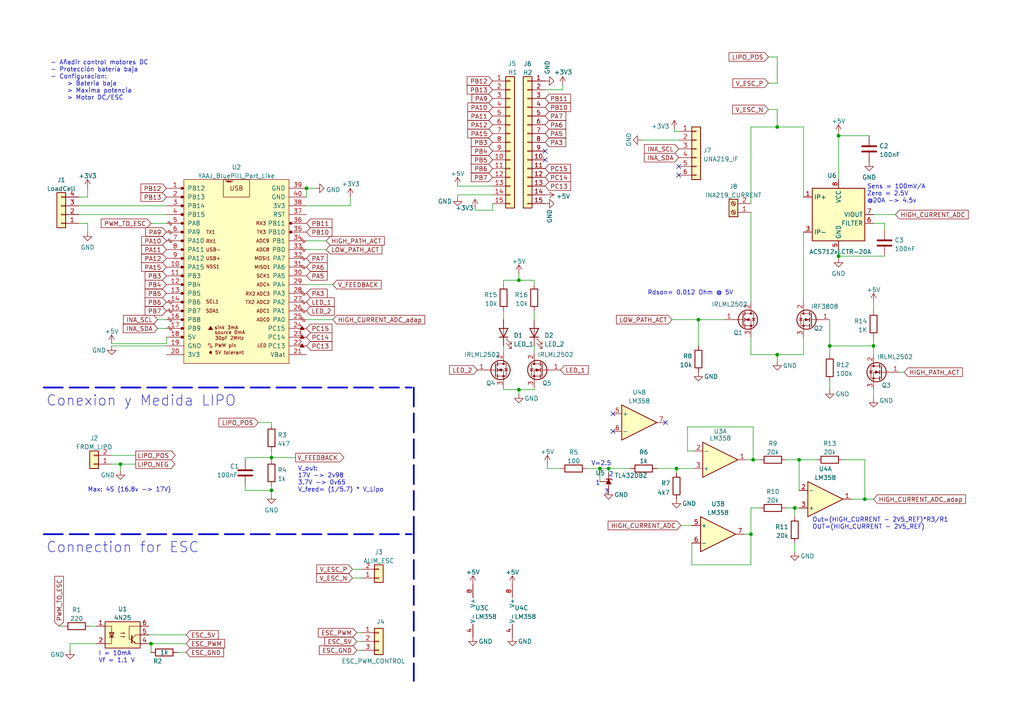
<source format=kicad_sch>
(kicad_sch (version 20211123) (generator eeschema)
  (paper "A4")
  (title_block (title "Banco de Pruebas") (date "2022-11-13") (company "LaboratorioGluon"))
  (lib_symbols
    (symbol "Amplifier_Operational:LM358" (pin_names (offset 0.127))
      (property "Reference" "U" (at 0 5.08 0))
      (property "Value" "LM358" (at 0 -5.08 0))
      (symbol "LM358_1_1"
        (pin output line (at 7.62 0 180) (length 2.54) (name "~") (number "1"))
        (pin input line (at -7.62 -2.54 0) (length 2.54) (name "-") (number "2"))
        (pin input line (at -7.62 2.54 0) (length 2.54) (name "+") (number "3"))
      )
      (symbol "LM358_2_1"
        (pin input line (at -7.62 2.54 0) (length 2.54) (name "+") (number "5"))
        (pin input line (at -7.62 -2.54 0) (length 2.54) (name "-") (number "6"))
        (pin output line (at 7.62 0 180) (length 2.54) (name "~") (number "7"))
      )
      (symbol "LM358_3_1"
        (pin power_in line (at -2.54 -7.62 90) (length 3.81) (name "V-") (number "4"))
        (pin power_in line (at -2.54 7.62 270) (length 3.81) (name "V+") (number "8"))
      )
    )
    (symbol "Connector:Screw_Terminal_01x02" (pin_names (offset 1.016) hide)
      (property "Reference" "J" (at 0 2.54 0))
      (property "Value" "Screw_Terminal_01x02" (at 0 -5.08 0))
      (symbol "Screw_Terminal_01x02_1_1"
        (pin passive line (at -5.08 0 0) (length 3.81) (name "Pin_1") (number "1"))
        (pin passive line (at -5.08 -2.54 0) (length 3.81) (name "Pin_2") (number "2"))
      )
    )
    (symbol "Connector_Generic:Conn_01x02" (pin_names (offset 1.016) hide)
      (property "Reference" "J" (at 0 2.54 0))
      (property "Value" "Conn_01x02" (at 0 -5.08 0))
      (symbol "Conn_01x02_1_1"
        (pin passive line (at -5.08 0 0) (length 3.81) (name "Pin_1") (number "1"))
        (pin passive line (at -5.08 -2.54 0) (length 3.81) (name "Pin_2") (number "2"))
      )
    )
    (symbol "Connector_Generic:Conn_01x03" (pin_names (offset 1.016) hide)
      (property "Reference" "J" (at 0 5.08 0))
      (property "Value" "Conn_01x03" (at 0 -5.08 0))
      (symbol "Conn_01x03_1_1"
        (pin passive line (at -5.08 2.54 0) (length 3.81) (name "Pin_1") (number "1"))
        (pin passive line (at -5.08 0 0) (length 3.81) (name "Pin_2") (number "2"))
        (pin passive line (at -5.08 -2.54 0) (length 3.81) (name "Pin_3") (number "3"))
      )
    )
    (symbol "Connector_Generic:Conn_01x04" (pin_names (offset 1.016) hide)
      (property "Reference" "J" (at 0 5.08 0))
      (property "Value" "Conn_01x04" (at 0 -7.62 0))
      (symbol "Conn_01x04_1_1"
        (pin passive line (at -5.08 2.54 0) (length 3.81) (name "Pin_1") (number "1"))
        (pin passive line (at -5.08 0 0) (length 3.81) (name "Pin_2") (number "2"))
        (pin passive line (at -5.08 -2.54 0) (length 3.81) (name "Pin_3") (number "3"))
        (pin passive line (at -5.08 -5.08 0) (length 3.81) (name "Pin_4") (number "4"))
      )
    )
    (symbol "Connector_Generic:Conn_01x06" (pin_names (offset 1.016) hide)
      (property "Reference" "J" (at 0 7.62 0))
      (property "Value" "Conn_01x06" (at 0 -10.16 0))
      (symbol "Conn_01x06_1_1"
        (pin passive line (at -5.08 5.08 0) (length 3.81) (name "Pin_1") (number "1"))
        (pin passive line (at -5.08 2.54 0) (length 3.81) (name "Pin_2") (number "2"))
        (pin passive line (at -5.08 0 0) (length 3.81) (name "Pin_3") (number "3"))
        (pin passive line (at -5.08 -2.54 0) (length 3.81) (name "Pin_4") (number "4"))
        (pin passive line (at -5.08 -5.08 0) (length 3.81) (name "Pin_5") (number "5"))
        (pin passive line (at -5.08 -7.62 0) (length 3.81) (name "Pin_6") (number "6"))
      )
    )
    (symbol "Connector_Generic:Conn_01x15" (pin_names (offset 1.016) hide)
      (property "Reference" "J" (at 0 20.32 0))
      (property "Value" "Conn_01x15" (at 0 -20.32 0))
      (symbol "Conn_01x15_1_1"
        (pin passive line (at -5.08 17.78 0) (length 3.81) (name "Pin_1") (number "1"))
        (pin passive line (at -5.08 -5.08 0) (length 3.81) (name "Pin_10") (number "10"))
        (pin passive line (at -5.08 -7.62 0) (length 3.81) (name "Pin_11") (number "11"))
        (pin passive line (at -5.08 -10.16 0) (length 3.81) (name "Pin_12") (number "12"))
        (pin passive line (at -5.08 -12.7 0) (length 3.81) (name "Pin_13") (number "13"))
        (pin passive line (at -5.08 -15.24 0) (length 3.81) (name "Pin_14") (number "14"))
        (pin passive line (at -5.08 -17.78 0) (length 3.81) (name "Pin_15") (number "15"))
        (pin passive line (at -5.08 15.24 0) (length 3.81) (name "Pin_2") (number "2"))
        (pin passive line (at -5.08 12.7 0) (length 3.81) (name "Pin_3") (number "3"))
        (pin passive line (at -5.08 10.16 0) (length 3.81) (name "Pin_4") (number "4"))
        (pin passive line (at -5.08 7.62 0) (length 3.81) (name "Pin_5") (number "5"))
        (pin passive line (at -5.08 5.08 0) (length 3.81) (name "Pin_6") (number "6"))
        (pin passive line (at -5.08 2.54 0) (length 3.81) (name "Pin_7") (number "7"))
        (pin passive line (at -5.08 0 0) (length 3.81) (name "Pin_8") (number "8"))
        (pin passive line (at -5.08 -2.54 0) (length 3.81) (name "Pin_9") (number "9"))
      )
    )
    (symbol "Device:C" (pin_numbers hide) (pin_names (offset 0.254))
      (property "Reference" "C" (at 0.635 2.54 0))
      (property "Value" "C" (at 0.635 -2.54 0))
      (symbol "C_1_1"
        (pin passive line (at 0 3.81 270) (length 2.794) (name "~") (number "1"))
        (pin passive line (at 0 -3.81 90) (length 2.794) (name "~") (number "2"))
      )
    )
    (symbol "Device:LED" (pin_numbers hide) (pin_names (offset 1.016) hide)
      (property "Reference" "D" (at 0 2.54 0))
      (property "Value" "LED" (at 0 -2.54 0))
      (symbol "LED_1_1"
        (pin passive line (at -3.81 0 0) (length 2.54) (name "K") (number "1"))
        (pin passive line (at 3.81 0 180) (length 2.54) (name "A") (number "2"))
      )
    )
    (symbol "Device:Q_NMOS_GDS" (pin_names (offset 0) hide)
      (property "Reference" "Q" (at 5.08 1.27 0))
      (property "Value" "Q_NMOS_GDS" (at 5.08 -1.27 0))
      (symbol "Q_NMOS_GDS_1_1"
        (pin input line (at -5.08 0 0) (length 2.54) (name "G") (number "1"))
        (pin passive line (at 2.54 5.08 270) (length 2.54) (name "D") (number "2"))
        (pin passive line (at 2.54 -5.08 90) (length 2.54) (name "S") (number "3"))
      )
    )
    (symbol "Device:R" (pin_numbers hide) (pin_names (offset 0))
      (property "Reference" "R" (at 2.032 0 90))
      (property "Value" "R" (at 0 0 90))
      (symbol "R_1_1"
        (pin passive line (at 0 3.81 270) (length 1.27) (name "~") (number "1"))
        (pin passive line (at 0 -3.81 90) (length 1.27) (name "~") (number "2"))
      )
    )
    (symbol "Isolator:4N25" (pin_names (offset 1.016))
      (property "Reference" "U" (at -5.08 5.08 0))
      (property "Value" "4N25" (at 0 5.08 0))
      (symbol "4N25_1_1"
        (pin passive line (at -7.62 2.54 0) (length 2.54) (name "~") (number "1"))
        (pin passive line (at -7.62 -2.54 0) (length 2.54) (name "~") (number "2"))
        (pin no_connect line (at -5.08 0 0) (length 2.54) hide (name "NC") (number "3"))
        (pin passive line (at 7.62 -2.54 180) (length 2.54) (name "~") (number "4"))
        (pin passive line (at 7.62 0 180) (length 2.54) (name "~") (number "5"))
        (pin passive line (at 7.62 2.54 180) (length 2.54) (name "~") (number "6"))
      )
    )
    (symbol "Reference_Voltage:TL432DBZ" (pin_numbers hide) (pin_names hide)
      (property "Reference" "U5" (at 2.54 3.81 90))
      (property "Value" "TL432DBZ" (at 1.778 -1.7022 90))
      (symbol "TL432DBZ_1_1"
        (pin passive line (at 0 2.54 270) (length 2.54) (name "REF") (number "1"))
        (pin passive line (at 2.54 0 180) (length 1.27) (name "K") (number "2"))
        (pin passive line (at -2.54 0 0) (length 1.27) (name "A") (number "3"))
      )
    )
    (symbol "Sensor_Current:ACS712xLCTR-20A"
      (property "Reference" "U" (at 2.54 11.43 0))
      (property "Value" "ACS712xLCTR-20A" (at 2.54 8.89 0))
      (symbol "ACS712xLCTR-20A_1_1"
        (pin passive line (at -10.16 5.08 0) (length 2.54) (name "IP+") (number "1"))
        (pin passive line (at -10.16 5.08 0) (length 2.54) hide (name "IP+") (number "2"))
        (pin passive line (at -10.16 -5.08 0) (length 2.54) (name "IP-") (number "3"))
        (pin passive line (at -10.16 -5.08 0) (length 2.54) hide (name "IP-") (number "4"))
        (pin power_in line (at 0 -10.16 90) (length 2.54) (name "GND") (number "5"))
        (pin passive line (at 10.16 -2.54 180) (length 2.54) (name "FILTER") (number "6"))
        (pin output line (at 10.16 0 180) (length 2.54) (name "VIOUT") (number "7"))
        (pin power_in line (at 0 10.16 270) (length 2.54) (name "VCC") (number "8"))
      )
    )
    (symbol "Transistor_FET:IRLZ44N" (pin_names hide)
      (property "Reference" "Q" (at 6.35 1.905 0))
      (property "Value" "IRLZ44N" (at 6.35 0 0))
      (symbol "IRLZ44N_1_1"
        (pin input line (at -5.08 0 0) (length 2.54) (name "G") (number "1"))
        (pin passive line (at 2.54 5.08 270) (length 2.54) (name "D") (number "2"))
        (pin passive line (at 2.54 -5.08 90) (length 2.54) (name "S") (number "3"))
      )
    )
    (symbol "YAAJ_BluePill_Part_Like:YAAJ_BluePill_Part_Like" (pin_names (offset 1.016))
      (property "Reference" "U" (at -12.7 25.4 0))
      (property "Value" "YAAJ_BluePill_Part_Like" (at 0 2.54 90))
      (symbol "YAAJ_BluePill_Part_Like_0_0"
        (text "30pF 2MHz" (at -2.032 -20.574 0) (effects (font (size 0.9906 0.9906))))
        (text "5V tolerant" (at -2.032 -24.765 0) (effects (font (size 0.9906 0.9906))))
        (text "ADC0" (at 7.747 -15.24 0) (effects (font (size 0.9906 0.9906))))
        (text "ADC1" (at 7.747 -12.7 0) (effects (font (size 0.9906 0.9906))))
        (text "ADC2" (at 7.747 -10.16 0) (effects (font (size 0.9906 0.9906))))
        (text "ADC3" (at 7.747 -7.747 0) (effects (font (size 0.9906 0.9906))))
        (text "ADC4" (at 7.747 -5.08 0) (effects (font (size 0.9906 0.9906))))
        (text "ADC8" (at 7.62 5.08 0) (effects (font (size 0.9906 0.9906))))
        (text "ADC9" (at 7.62 7.62 0) (effects (font (size 0.9906 0.9906))))
        (text "LED" (at 7.366 -22.733 0) (effects (font (size 0.9906 0.9906))))
        (text "MISO1" (at 7.493 0 0) (effects (font (size 0.9906 0.9906))))
        (text "MOSI1" (at 7.493 2.54 0) (effects (font (size 0.9906 0.9906))))
        (text "NSS1" (at -6.858 0.127 0) (effects (font (size 0.9906 0.9906))))
        (text "PWM pin" (at -3.175 -22.733 0) (effects (font (size 0.9906 0.9906))))
        (text "RX1" (at -7.366 7.493 0) (effects (font (size 0.9906 0.9906))))
        (text "RX2" (at 4.064 -7.747 0) (effects (font (size 0.9906 0.9906))))
        (text "RX3" (at 7.112 12.7 0) (effects (font (size 0.9906 0.9906))))
        (text "SCK1" (at 7.747 -2.54 0) (effects (font (size 0.9906 0.9906))))
        (text "SCL1" (at -6.985 -10.033 0) (effects (font (size 0.9906 0.9906))))
        (text "SDA1" (at -6.985 -12.7 0) (effects (font (size 0.9906 0.9906))))
        (text "sink 3mA" (at -2.921 -17.526 0) (effects (font (size 0.9906 0.9906))))
        (text "source 0mA" (at -1.905 -18.923 0) (effects (font (size 0.9906 0.9906))))
        (text "TX1" (at -7.493 10.16 0) (effects (font (size 0.9906 0.9906))))
        (text "TX2" (at 3.937 -10.16 0) (effects (font (size 0.9906 0.9906))))
        (text "TX3" (at 7.239 10.16 0) (effects (font (size 0.9906 0.9906))))
        (text "USB" (at 0 22.86 0) (effects (font (size 1.27 1.27))))
        (text "USB+" (at -6.731 2.54 0) (effects (font (size 0.9906 0.9906))))
        (text "USB-" (at -6.731 5.08 0) (effects (font (size 0.9906 0.9906))))
        (text "Y@@J" (at -2.159 24.892 0) (effects (font (size 0.508 0.508))))
      )
      (symbol "YAAJ_BluePill_Part_Like_1_1"
        (pin bidirectional line (at -20.32 22.86 0) (length 5.08) (name "PB12") (number "1"))
        (pin bidirectional line (at -20.32 0 0) (length 5.08) (name "PA15") (number "10"))
        (pin bidirectional line (at -20.32 -2.54 0) (length 5.08) (name "PB3") (number "11"))
        (pin bidirectional line (at -20.32 -5.08 0) (length 5.08) (name "PB4") (number "12"))
        (pin bidirectional line (at -20.32 -7.62 0) (length 5.08) (name "PB5") (number "13"))
        (pin bidirectional line (at -20.32 -10.16 0) (length 5.08) (name "PB6") (number "14"))
        (pin bidirectional line (at -20.32 -12.7 0) (length 5.08) (name "PB7") (number "15"))
        (pin bidirectional line (at -20.32 -15.24 0) (length 5.08) (name "PB8") (number "16"))
        (pin bidirectional line (at -20.32 -17.78 0) (length 5.08) (name "PB9") (number "17"))
        (pin power_in line (at -20.32 -20.32 0) (length 5.08) (name "5V") (number "18"))
        (pin power_in line (at -20.32 -22.86 0) (length 5.08) (name "GND") (number "19"))
        (pin bidirectional line (at -20.32 20.32 0) (length 5.08) (name "PB13") (number "2"))
        (pin power_in line (at -20.32 -25.4 0) (length 5.08) (name "3V3") (number "20"))
        (pin power_in line (at 20.32 -25.4 180) (length 5.08) (name "VBat") (number "21"))
        (pin bidirectional line (at 20.32 -22.86 180) (length 5.08) (name "PC13") (number "22"))
        (pin bidirectional line (at 20.32 -20.32 180) (length 5.08) (name "PC14") (number "23"))
        (pin bidirectional line (at 20.32 -17.78 180) (length 5.08) (name "PC15") (number "24"))
        (pin bidirectional line (at 20.32 -15.24 180) (length 5.08) (name "PA0") (number "25"))
        (pin bidirectional line (at 20.32 -12.7 180) (length 5.08) (name "PA1") (number "26"))
        (pin bidirectional line (at 20.32 -10.16 180) (length 5.08) (name "PA2") (number "27"))
        (pin bidirectional line (at 20.32 -7.62 180) (length 5.08) (name "PA3") (number "28"))
        (pin bidirectional line (at 20.32 -5.08 180) (length 5.08) (name "PA4") (number "29"))
        (pin bidirectional line (at -20.32 17.78 0) (length 5.08) (name "PB14") (number "3"))
        (pin bidirectional line (at 20.32 -2.54 180) (length 5.08) (name "PA5") (number "30"))
        (pin bidirectional line (at 20.32 0 180) (length 5.08) (name "PA6") (number "31"))
        (pin bidirectional line (at 20.32 2.54 180) (length 5.08) (name "PA7") (number "32"))
        (pin bidirectional line (at 20.32 5.08 180) (length 5.08) (name "PB0") (number "33"))
        (pin bidirectional line (at 20.32 7.62 180) (length 5.08) (name "PB1") (number "34"))
        (pin bidirectional line (at 20.32 10.16 180) (length 5.08) (name "PB10") (number "35"))
        (pin bidirectional line (at 20.32 12.7 180) (length 5.08) (name "PB11") (number "36"))
        (pin input line (at 20.32 15.24 180) (length 5.08) (name "RST") (number "37"))
        (pin power_in line (at 20.32 17.78 180) (length 5.08) (name "3V3") (number "38"))
        (pin power_in line (at 20.32 22.86 180) (length 5.08) (name "GND") (number "39"))
        (pin bidirectional line (at -20.32 15.24 0) (length 5.08) (name "PB15") (number "4"))
        (pin power_in line (at 20.32 20.32 180) (length 5.08) (name "GND") (number "40"))
        (pin bidirectional line (at -20.32 12.7 0) (length 5.08) (name "PA8") (number "5"))
        (pin bidirectional line (at -20.32 10.16 0) (length 5.08) (name "PA9") (number "6"))
        (pin bidirectional line (at -20.32 7.62 0) (length 5.08) (name "PA10") (number "7"))
        (pin bidirectional line (at -20.32 5.08 0) (length 5.08) (name "PA11") (number "8"))
        (pin bidirectional line (at -20.32 2.54 0) (length 5.08) (name "PA12") (number "9"))
      )
    )
    (symbol "power:+3V3" (power) (pin_names (offset 0))
      (property "Value" "+3V3" (at 0 3.556 0))
      (symbol "+3V3_1_1"
        (pin power_in line (at 0 0 90) (length 0) hide (name "+3V3") (number "1"))
      )
    )
    (symbol "power:+5V" (power) (pin_names (offset 0))
      (property "Value" "+5V" (at 0 3.556 0))
      (symbol "+5V_1_1"
        (pin power_in line (at 0 0 90) (length 0) hide (name "+5V") (number "1"))
      )
    )
    (symbol "power:GND" (power) (pin_names (offset 0))
      (property "Value" "GND" (at 0 -3.81 0))
      (symbol "GND_1_1"
        (pin power_in line (at 0 0 270) (length 0) hide (name "GND") (number "1"))
      )
    )
  )
  (junction (at 225.425 102.87))
  (junction (at 217.805 154.94))
  (junction (at 176.53 135.89))
  (junction (at 78.74 132.715))
  (junction (at 150.495 113.03))
  (junction (at 240.665 100.33))
  (junction (at 250.825 144.78))
  (junction (at 78.74 142.24))
  (junction (at 218.44 133.35))
  (junction (at 88.9 54.61))
  (junction (at 43.815 186.69))
  (junction (at 150.495 81.28))
  (junction (at 253.365 100.33))
  (junction (at 230.505 147.32))
  (junction (at 243.205 74.295))
  (junction (at 34.925 134.62))
  (junction (at 173.99 135.89))
  (junction (at 225.425 36.83))
  (junction (at 202.565 92.71))
  (junction (at 243.205 39.37))
  (junction (at 231.775 133.35))
  (junction (at 196.215 135.89))
  (no_connect (at 196.85 50.8))
  (no_connect (at 196.85 48.26))
  (no_connect (at 158.115 43.815))
  (no_connect (at 158.115 46.355))
  (no_connect (at 193.04 122.555))
  (no_connect (at 177.8 125.095))
  (no_connect (at 177.8 120.015))
  (wire (pts (xy 231.775 133.35) (xy 236.855 133.35)))
  (wire (pts (xy 22.86 62.23) (xy 48.26 62.23)))
  (wire (pts (xy 25.4 57.15) (xy 25.4 54.61)))
  (wire (pts (xy 243.205 74.295) (xy 243.205 74.93)))
  (wire (pts (xy 146.05 81.28) (xy 150.495 81.28)))
  (wire (pts (xy 34.925 134.62) (xy 39.37 134.62)))
  (wire (pts (xy 250.825 144.78) (xy 253.365 144.78)))
  (wire (pts (xy 103.505 186.055) (xy 104.775 186.055)))
  (wire (pts (xy 22.86 59.69) (xy 48.26 59.69)))
  (wire (pts (xy 132.715 57.15) (xy 132.715 56.515)))
  (wire (pts (xy 78.74 132.715) (xy 78.74 133.35)))
  (wire (pts (xy 200.66 163.83) (xy 217.805 163.83)))
  (wire (pts (xy 137.795 60.96) (xy 137.795 60.325)))
  (wire (pts (xy 32.385 134.62) (xy 34.925 134.62)))
  (wire (pts (xy 225.425 102.87) (xy 225.425 104.775)))
  (wire (pts (xy 190.5 135.89) (xy 196.215 135.89)))
  (wire (pts (xy 43.18 184.15) (xy 53.975 184.15)))
  (wire (pts (xy 253.365 87.63) (xy 253.365 90.17)))
  (wire (pts (xy 217.805 154.94) (xy 217.805 147.32)))
  (wire (pts (xy 158.115 26.035) (xy 163.195 26.035)))
  (wire (pts (xy 102.235 167.64) (xy 104.775 167.64)))
  (wire (pts (xy 252.095 39.37) (xy 243.205 39.37)))
  (wire (pts (xy 240.665 92.71) (xy 240.665 100.33)))
  (wire (pts (xy 32.385 132.08) (xy 39.37 132.08)))
  (wire (pts (xy 240.665 100.33) (xy 240.665 102.87)))
  (wire (pts (xy 244.475 133.35) (xy 250.825 133.35)))
  (wire (pts (xy 163.195 24.765) (xy 163.195 26.035)))
  (wire (pts (xy 104.775 165.1) (xy 102.235 165.1)))
  (wire (pts (xy 202.565 92.71) (xy 194.945 92.71)))
  (wire (pts (xy 216.535 133.35) (xy 218.44 133.35)))
  (wire (pts (xy 150.495 113.03) (xy 150.495 114.3)))
  (wire (pts (xy 150.495 79.375) (xy 150.495 81.28)))
  (wire (pts (xy 154.94 100.33) (xy 154.94 102.235)))
  (wire (pts (xy 231.775 133.35) (xy 227.965 133.35)))
  (wire (pts (xy 243.205 39.37) (xy 243.205 52.07)))
  (wire (pts (xy 88.9 69.85) (xy 94.615 69.85)))
  (wire (pts (xy 260.985 107.95) (xy 262.255 107.95)))
  (wire (pts (xy 196.215 135.89) (xy 196.215 137.16)))
  (wire (pts (xy 218.44 133.35) (xy 218.44 123.825)))
  (wire (pts (xy 250.825 133.35) (xy 250.825 144.78)))
  (wire (pts (xy 154.94 81.28) (xy 154.94 82.55)))
  (wire (pts (xy 243.205 72.39) (xy 243.205 74.295)))
  (wire (pts (xy 173.99 135.89) (xy 176.53 135.89)))
  (wire (pts (xy 146.05 90.17) (xy 146.05 92.71)))
  (wire (pts (xy 43.815 186.69) (xy 43.815 189.23)))
  (wire (pts (xy 132.715 53.975) (xy 142.875 53.975)))
  (wire (pts (xy 25.4 64.77) (xy 25.4 67.31)))
  (wire (pts (xy 225.425 24.13) (xy 225.425 16.51)))
  (wire (pts (xy 225.425 16.51) (xy 222.885 16.51)))
  (wire (pts (xy 196.215 135.89) (xy 201.295 135.89)))
  (wire (pts (xy 256.54 64.77) (xy 253.365 64.77)))
  (wire (pts (xy 27.94 186.69) (xy 20.32 186.69)))
  (wire (pts (xy 253.365 62.23) (xy 259.715 62.23)))
  (polyline (pts (xy 120.015 154.94) (xy 120.015 197.485)) (stroke (width 0.5)))
  (wire (pts (xy 225.425 36.83) (xy 217.805 36.83)))
  (wire (pts (xy 233.045 67.31) (xy 233.045 87.63)))
  (wire (pts (xy 227.965 147.32) (xy 230.505 147.32)))
  (wire (pts (xy 250.825 144.78) (xy 247.015 144.78)))
  (wire (pts (xy 253.365 97.79) (xy 253.365 100.33)))
  (wire (pts (xy 88.9 72.39) (xy 94.615 72.39)))
  (wire (pts (xy 45.72 92.71) (xy 48.26 92.71)))
  (wire (pts (xy 20.32 186.69) (xy 20.32 188.595)))
  (wire (pts (xy 101.6 59.69) (xy 101.6 57.15)))
  (wire (pts (xy 26.035 181.61) (xy 27.94 181.61)))
  (wire (pts (xy 51.435 189.23) (xy 53.975 189.23)))
  (wire (pts (xy 103.505 188.595) (xy 104.775 188.595)))
  (wire (pts (xy 217.805 61.595) (xy 217.805 87.63)))
  (wire (pts (xy 243.205 38.735) (xy 243.205 39.37)))
  (wire (pts (xy 243.205 74.295) (xy 256.54 74.295)))
  (wire (pts (xy 196.85 38.1) (xy 195.58 38.1)))
  (wire (pts (xy 233.045 102.87) (xy 225.425 102.87)))
  (wire (pts (xy 132.715 56.515) (xy 142.875 56.515)))
  (wire (pts (xy 150.495 81.28) (xy 154.94 81.28)))
  (wire (pts (xy 210.185 92.71) (xy 202.565 92.71)))
  (polyline (pts (xy 12.7 154.94) (xy 119.38 154.94)) (stroke (width 0.5)))
  (wire (pts (xy 96.52 92.71) (xy 88.9 92.71)))
  (wire (pts (xy 43.18 186.69) (xy 43.815 186.69)))
  (wire (pts (xy 162.56 135.89) (xy 158.75 135.89)))
  (wire (pts (xy 233.045 36.83) (xy 225.425 36.83)))
  (wire (pts (xy 218.44 123.825) (xy 199.39 123.825)))
  (wire (pts (xy 217.805 147.32) (xy 220.345 147.32)))
  (wire (pts (xy 22.86 57.15) (xy 25.4 57.15)))
  (wire (pts (xy 199.39 123.825) (xy 199.39 130.81)))
  (wire (pts (xy 154.94 113.03) (xy 150.495 113.03)))
  (wire (pts (xy 88.9 82.55) (xy 96.52 82.55)))
  (wire (pts (xy 78.74 140.97) (xy 78.74 142.24)))
  (wire (pts (xy 22.86 64.77) (xy 25.4 64.77)))
  (wire (pts (xy 78.74 130.81) (xy 78.74 132.715)))
  (wire (pts (xy 199.39 130.81) (xy 201.295 130.81)))
  (wire (pts (xy 32.385 99.695) (xy 48.26 99.695)))
  (wire (pts (xy 71.12 133.35) (xy 71.12 132.715)))
  (wire (pts (xy 142.875 59.055) (xy 142.875 60.96)))
  (wire (pts (xy 146.05 113.03) (xy 146.05 112.395)))
  (wire (pts (xy 225.425 31.75) (xy 225.425 36.83)))
  (wire (pts (xy 240.665 110.49) (xy 240.665 113.03)))
  (wire (pts (xy 158.75 135.89) (xy 158.75 134.62)))
  (wire (pts (xy 230.505 147.32) (xy 231.775 147.32)))
  (polyline (pts (xy 120.015 112.395) (xy 120.015 154.94)) (stroke (width 0.5)))
  (wire (pts (xy 48.26 99.695) (xy 48.26 97.79)))
  (wire (pts (xy 176.53 137.16) (xy 176.53 135.89)))
  (wire (pts (xy 88.9 54.61) (xy 91.44 54.61)))
  (wire (pts (xy 71.12 140.97) (xy 71.12 142.24)))
  (wire (pts (xy 103.505 183.515) (xy 104.775 183.515)))
  (wire (pts (xy 222.885 24.13) (xy 225.425 24.13)))
  (wire (pts (xy 217.805 163.83) (xy 217.805 154.94)))
  (wire (pts (xy 154.94 90.17) (xy 154.94 92.71)))
  (wire (pts (xy 186.182 40.64) (xy 196.85 40.64)))
  (wire (pts (xy 256.54 66.675) (xy 256.54 64.77)))
  (wire (pts (xy 88.9 54.61) (xy 88.9 57.15)))
  (wire (pts (xy 222.885 31.75) (xy 225.425 31.75)))
  (wire (pts (xy 71.12 132.715) (xy 78.74 132.715)))
  (wire (pts (xy 253.365 100.33) (xy 240.665 100.33)))
  (wire (pts (xy 78.74 122.555) (xy 78.74 123.19)))
  (wire (pts (xy 154.94 112.395) (xy 154.94 113.03)))
  (wire (pts (xy 218.44 133.35) (xy 220.345 133.35)))
  (wire (pts (xy 78.74 142.24) (xy 78.74 143.51)))
  (wire (pts (xy 88.9 59.69) (xy 101.6 59.69)))
  (wire (pts (xy 32.385 100.33) (xy 48.26 100.33)))
  (wire (pts (xy 146.05 100.33) (xy 146.05 102.235)))
  (wire (pts (xy 170.18 135.89) (xy 173.99 135.89)))
  (wire (pts (xy 146.05 82.55) (xy 146.05 81.28)))
  (wire (pts (xy 230.505 157.48) (xy 230.505 160.02)))
  (wire (pts (xy 43.815 64.77) (xy 48.26 64.77)))
  (wire (pts (xy 197.485 152.4) (xy 200.66 152.4)))
  (wire (pts (xy 17.145 181.61) (xy 18.415 181.61)))
  (wire (pts (xy 176.53 135.89) (xy 182.88 135.89)))
  (wire (pts (xy 43.815 186.69) (xy 53.975 186.69)))
  (wire (pts (xy 45.72 95.25) (xy 48.26 95.25)))
  (wire (pts (xy 233.045 97.79) (xy 233.045 102.87)))
  (wire (pts (xy 195.58 38.1) (xy 195.58 37.465)))
  (wire (pts (xy 230.505 147.32) (xy 230.505 149.86)))
  (wire (pts (xy 253.365 100.33) (xy 253.365 102.87)))
  (polyline (pts (xy 12.7 112.395) (xy 119.38 112.395)) (stroke (width 0.5)))
  (wire (pts (xy 231.775 142.24) (xy 231.775 133.35)))
  (wire (pts (xy 225.425 102.87) (xy 217.805 102.87)))
  (wire (pts (xy 78.74 132.715) (xy 85.725 132.715)))
  (wire (pts (xy 217.805 102.87) (xy 217.805 97.79)))
  (wire (pts (xy 253.365 113.03) (xy 253.365 115.57)))
  (wire (pts (xy 233.045 36.83) (xy 233.045 57.15)))
  (wire (pts (xy 217.805 154.94) (xy 215.9 154.94)))
  (wire (pts (xy 74.93 122.555) (xy 78.74 122.555)))
  (wire (pts (xy 142.875 60.96) (xy 137.795 60.96)))
  (wire (pts (xy 71.12 142.24) (xy 78.74 142.24)))
  (wire (pts (xy 202.565 92.71) (xy 202.565 100.33)))
  (wire (pts (xy 200.66 157.48) (xy 200.66 163.83)))
  (wire (pts (xy 217.805 36.83) (xy 217.805 59.055)))
  (wire (pts (xy 173.99 139.7) (xy 173.99 135.89)))
  (wire (pts (xy 150.495 113.03) (xy 146.05 113.03)))
  (wire (pts (xy 34.925 134.62) (xy 34.925 136.525)))
  (text "- Añadir control motores DC\n- Protección batería baja\n- Configuracion:\n	> Bateria baja\n	> Maxima potencia\n	> Motor DC/ESC" (at 14.605 29.21 0) (effects (font (size 1.27 1.27)) (justify left bottom)))
  (text "Out=(HIGH_CURRENT - 2V5_REF)*R3/R1\nOUT=(HIGH_CURRENT - 2V5_REF)" (at 235.585 153.67 0) (effects (font (size 1.27 1.27)) (justify left bottom)))
  (text "2" (at 176.53 138.43 0) (effects (font (size 1.27 1.27)) (justify left bottom)))
  (text "Connection for ESC" (at 13.335 160.655 0) (effects (font (size 3 3)) (justify left bottom)))
  (text "V_out:\n17V -> 2v98\n3.7V -> 0v65\nV_feed= (1/5.7) * V_Lipo" (at 86.36 142.875 0) (effects (font (size 1.27 1.27)) (justify left bottom)))
  (text "Max: 4S (16.8v -> 17V)" (at 25.4 142.875 0) (effects (font (size 1.27 1.27)) (justify left bottom)))
  (text "1" (at 172.72 140.97 0) (effects (font (size 1.27 1.27)) (justify left bottom)))
  (text "Rdson= 0.012 Ohm @ 5V" (at 212.725 85.725 180) (effects (font (size 1.27 1.27)) (justify right bottom)))
  (text "I = 10mA\nVf = 1.1 V\n" (at 28.575 192.405 0) (effects (font (size 1.27 1.27)) (justify left bottom)))
  (text "V=2.5\n" (at 171.45 135.255 0) (effects (font (size 1.27 1.27)) (justify left bottom)))
  (text "Sens = 100mV/A\nZero = 2.5V\n@20A -> 4.5v" (at 251.46 59.055 0) (effects (font (size 1.27 1.27)) (justify left bottom)))
  (text "Conexion y Medida LIPO" (at 13.335 118.11 0) (effects (font (size 3 3)) (justify left bottom)))
  (text "3" (at 175.26 143.51 0) (effects (font (size 1.27 1.27)) (justify left bottom)))
  (global_label "HIGH_CURRENT_ADC_adap" (shape input) (at 96.52 92.71 0) (property "Intersheet References" "${INTERSHEET_REFS}" (effects hide)))
  (global_label "PB5" (shape input) (at 142.875 46.355 180) (property "Intersheet References" "${INTERSHEET_REFS}" (effects hide)))
  (global_label "PB13" (shape input) (at 142.875 26.035 180) (property "Intersheet References" "${INTERSHEET_REFS}" (effects hide)))
  (global_label "V_ESC_P" (shape input) (at 102.235 165.1 180) (property "Intersheet References" "${INTERSHEET_REFS}" (effects hide)))
  (global_label "LED_2" (shape input) (at 138.43 107.315 180) (property "Intersheet References" "${INTERSHEET_REFS}" (effects hide)))
  (global_label "PWM_TO_ESC" (shape input) (at 43.815 64.77 180) (property "Intersheet References" "${INTERSHEET_REFS}" (effects hide)))
  (global_label "PB12" (shape input) (at 48.26 54.61 180) (property "Intersheet References" "${INTERSHEET_REFS}" (effects hide)))
  (global_label "PC15" (shape input) (at 158.115 48.895 0) (property "Intersheet References" "${INTERSHEET_REFS}" (effects hide)))
  (global_label "INA_SCL" (shape input) (at 196.85 43.18 180) (property "Intersheet References" "${INTERSHEET_REFS}" (effects hide)))
  (global_label "PA12" (shape input) (at 142.875 36.195 180) (property "Intersheet References" "${INTERSHEET_REFS}" (effects hide)))
  (global_label "PB11" (shape input) (at 158.115 28.575 0) (property "Intersheet References" "${INTERSHEET_REFS}" (effects hide)))
  (global_label "ESC_GND" (shape input) (at 103.505 188.595 180) (property "Intersheet References" "${INTERSHEET_REFS}" (effects hide)))
  (global_label "PB13" (shape input) (at 48.26 57.15 180) (property "Intersheet References" "${INTERSHEET_REFS}" (effects hide)))
  (global_label "PB4" (shape input) (at 48.26 82.55 180) (property "Intersheet References" "${INTERSHEET_REFS}" (effects hide)))
  (global_label "PB11" (shape input) (at 88.9 64.77 0) (property "Intersheet References" "${INTERSHEET_REFS}" (effects hide)))
  (global_label "PB10" (shape input) (at 158.115 31.115 0) (property "Intersheet References" "${INTERSHEET_REFS}" (effects hide)))
  (global_label "LOW_PATH_ACT" (shape input) (at 194.945 92.71 180) (property "Intersheet References" "${INTERSHEET_REFS}" (effects hide)))
  (global_label "PA3" (shape input) (at 158.115 41.275 0) (property "Intersheet References" "${INTERSHEET_REFS}" (effects hide)))
  (global_label "PA6" (shape input) (at 158.115 36.195 0) (property "Intersheet References" "${INTERSHEET_REFS}" (effects hide)))
  (global_label "V_ESC_P" (shape input) (at 222.885 24.13 180) (property "Intersheet References" "${INTERSHEET_REFS}" (effects hide)))
  (global_label "PA15" (shape input) (at 142.875 38.735 180) (property "Intersheet References" "${INTERSHEET_REFS}" (effects hide)))
  (global_label "PA5" (shape input) (at 158.115 38.735 0) (property "Intersheet References" "${INTERSHEET_REFS}" (effects hide)))
  (global_label "INA_SDA" (shape input) (at 196.85 45.72 180) (property "Intersheet References" "${INTERSHEET_REFS}" (effects hide)))
  (global_label "PC15" (shape input) (at 88.9 95.25 0) (property "Intersheet References" "${INTERSHEET_REFS}" (effects hide)))
  (global_label "ESC_GND" (shape input) (at 53.975 189.23 0) (property "Intersheet References" "${INTERSHEET_REFS}" (effects hide)))
  (global_label "PC13" (shape input) (at 158.115 53.975 0) (property "Intersheet References" "${INTERSHEET_REFS}" (effects hide)))
  (global_label "V_ESC_N" (shape input) (at 222.885 31.75 180) (property "Intersheet References" "${INTERSHEET_REFS}" (effects hide)))
  (global_label "HIGH_CURRENT_ADC" (shape input) (at 259.715 62.23 0) (property "Intersheet References" "${INTERSHEET_REFS}" (effects hide)))
  (global_label "PA15" (shape input) (at 48.26 77.47 180) (property "Intersheet References" "${INTERSHEET_REFS}" (effects hide)))
  (global_label "PB7" (shape input) (at 142.875 51.435 180) (property "Intersheet References" "${INTERSHEET_REFS}" (effects hide)))
  (global_label "PA11" (shape input) (at 48.26 72.39 180) (property "Intersheet References" "${INTERSHEET_REFS}" (effects hide)))
  (global_label "PA9" (shape input) (at 48.26 67.31 180) (property "Intersheet References" "${INTERSHEET_REFS}" (effects hide)))
  (global_label "HIGH_PATH_ACT" (shape input) (at 94.615 69.85 0) (property "Intersheet References" "${INTERSHEET_REFS}" (effects hide)))
  (global_label "LED_1" (shape input) (at 88.9 87.63 0) (property "Intersheet References" "${INTERSHEET_REFS}" (effects hide)))
  (global_label "PA12" (shape input) (at 48.26 74.93 180) (property "Intersheet References" "${INTERSHEET_REFS}" (effects hide)))
  (global_label "LED_1" (shape input) (at 162.56 107.315 0) (property "Intersheet References" "${INTERSHEET_REFS}" (effects hide)))
  (global_label "HIGH_CURRENT_ADC_adap" (shape input) (at 253.365 144.78 0) (property "Intersheet References" "${INTERSHEET_REFS}" (effects hide)))
  (global_label "HIGH_CURRENT_ADC" (shape input) (at 197.485 152.4 180) (property "Intersheet References" "${INTERSHEET_REFS}" (effects hide)))
  (global_label "ESC_5V" (shape input) (at 53.975 184.15 0) (property "Intersheet References" "${INTERSHEET_REFS}" (effects hide)))
  (global_label "ESC_5V" (shape input) (at 103.505 186.055 180) (property "Intersheet References" "${INTERSHEET_REFS}" (effects hide)))
  (global_label "PB4" (shape input) (at 142.875 43.815 180) (property "Intersheet References" "${INTERSHEET_REFS}" (effects hide)))
  (global_label "LOW_PATH_ACT" (shape input) (at 94.615 72.39 0) (property "Intersheet References" "${INTERSHEET_REFS}" (effects hide)))
  (global_label "LIPO_POS" (shape input) (at 74.93 122.555 180) (property "Intersheet References" "${INTERSHEET_REFS}" (effects hide)))
  (global_label "PA5" (shape input) (at 88.9 80.01 0) (property "Intersheet References" "${INTERSHEET_REFS}" (effects hide)))
  (global_label "PA11" (shape input) (at 142.875 33.655 180) (property "Intersheet References" "${INTERSHEET_REFS}" (effects hide)))
  (global_label "PA6" (shape input) (at 88.9 77.47 0) (property "Intersheet References" "${INTERSHEET_REFS}" (effects hide)))
  (global_label "LED_2" (shape input) (at 88.9 90.17 0) (property "Intersheet References" "${INTERSHEET_REFS}" (effects hide)))
  (global_label "PWM_TO_ESC" (shape input) (at 17.145 181.61 90) (property "Intersheet References" "${INTERSHEET_REFS}" (effects hide)))
  (global_label "PA3" (shape input) (at 88.9 85.09 0) (property "Intersheet References" "${INTERSHEET_REFS}" (effects hide)))
  (global_label "INA_SCL" (shape input) (at 45.72 92.71 180) (property "Intersheet References" "${INTERSHEET_REFS}" (effects hide)))
  (global_label "V_ESC_N" (shape input) (at 102.235 167.64 180) (property "Intersheet References" "${INTERSHEET_REFS}" (effects hide)))
  (global_label "LIPO_POS" (shape output) (at 39.37 132.08 0) (property "Intersheet References" "${INTERSHEET_REFS}" (effects hide)))
  (global_label "PB10" (shape input) (at 88.9 67.31 0) (property "Intersheet References" "${INTERSHEET_REFS}" (effects hide)))
  (global_label "ESC_PWM" (shape input) (at 53.975 186.69 0) (property "Intersheet References" "${INTERSHEET_REFS}" (effects hide)))
  (global_label "LIPO_NEG" (shape output) (at 39.37 134.62 0) (property "Intersheet References" "${INTERSHEET_REFS}" (effects hide)))
  (global_label "HIGH_PATH_ACT" (shape input) (at 262.255 107.95 0) (property "Intersheet References" "${INTERSHEET_REFS}" (effects hide)))
  (global_label "PB3" (shape input) (at 48.26 80.01 180) (property "Intersheet References" "${INTERSHEET_REFS}" (effects hide)))
  (global_label "PC14" (shape input) (at 88.9 97.79 0) (property "Intersheet References" "${INTERSHEET_REFS}" (effects hide)))
  (global_label "PB5" (shape input) (at 48.26 85.09 180) (property "Intersheet References" "${INTERSHEET_REFS}" (effects hide)))
  (global_label "PB6" (shape input) (at 48.26 87.63 180) (property "Intersheet References" "${INTERSHEET_REFS}" (effects hide)))
  (global_label "PA9" (shape input) (at 142.875 28.575 180) (property "Intersheet References" "${INTERSHEET_REFS}" (effects hide)))
  (global_label "ESC_PWM" (shape input) (at 103.505 183.515 180) (property "Intersheet References" "${INTERSHEET_REFS}" (effects hide)))
  (global_label "INA_SDA" (shape input) (at 45.72 95.25 180) (property "Intersheet References" "${INTERSHEET_REFS}" (effects hide)))
  (global_label "PB3" (shape input) (at 142.875 41.275 180) (property "Intersheet References" "${INTERSHEET_REFS}" (effects hide)))
  (global_label "PB12" (shape input) (at 142.875 23.495 180) (property "Intersheet References" "${INTERSHEET_REFS}" (effects hide)))
  (global_label "PC13" (shape input) (at 88.9 100.33 0) (property "Intersheet References" "${INTERSHEET_REFS}" (effects hide)))
  (global_label "V_FEEDBACK" (shape input) (at 96.52 82.55 0) (property "Intersheet References" "${INTERSHEET_REFS}" (effects hide)))
  (global_label "PA10" (shape input) (at 48.26 69.85 180) (property "Intersheet References" "${INTERSHEET_REFS}" (effects hide)))
  (global_label "PA10" (shape input) (at 142.875 31.115 180) (property "Intersheet References" "${INTERSHEET_REFS}" (effects hide)))
  (global_label "PA7" (shape input) (at 158.115 33.655 0) (property "Intersheet References" "${INTERSHEET_REFS}" (effects hide)))
  (global_label "PB7" (shape input) (at 48.26 90.17 180) (property "Intersheet References" "${INTERSHEET_REFS}" (effects hide)))
  (global_label "PB6" (shape input) (at 142.875 48.895 180) (property "Intersheet References" "${INTERSHEET_REFS}" (effects hide)))
  (global_label "PC14" (shape input) (at 158.115 51.435 0) (property "Intersheet References" "${INTERSHEET_REFS}" (effects hide)))
  (global_label "LIPO_POS" (shape input) (at 222.885 16.51 180) (property "Intersheet References" "${INTERSHEET_REFS}" (effects hide)))
  (global_label "V_FEEDBACK" (shape output) (at 85.725 132.715 0) (property "Intersheet References" "${INTERSHEET_REFS}" (effects hide)))
  (global_label "PA7" (shape input) (at 88.9 74.93 0) (property "Intersheet References" "${INTERSHEET_REFS}" (effects hide)))
  (symbol (lib_id "power:GND") (at 186.182 40.64 270) (mirror x) (unit 1)
    (property "Reference" "#PWR023" (effects hide))
    (property "Value" "GND" (at 182.372 42.545 0) (effects (justify left)))
  )
  (symbol (lib_id "Transistor_FET:IRLZ44N") (at 215.265 92.71 0) (unit 1)
    (property "Reference" "Q1" (at 212.725 96.52 0) (effects (justify left)))
    (property "Value" "IRLML2502" (at 206.375 88.265 0) (effects (justify left)))
    (property "Footprint" "Package_TO_SOT_SMD:SOT-23_Handsoldering" (effects hide))
    (property "Datasheet" "http://www.irf.com/product-info/datasheets/data/irlz44n.pdf" (effects hide))
  )
  (symbol (lib_id "power:GND") (at 240.665 113.03 0) (mirror y) (unit 1)
    (property "Reference" "#PWR029" (effects hide))
    (property "Value" "GND" (at 246.38 114.3 0) (effects (justify left)))
  )
  (symbol (lib_id "Device:R") (at 240.665 106.68 0) (mirror y) (unit 1)
    (property "Reference" "R12" (at 242.443 105.8453 0) (effects (justify right)))
    (property "Value" "100k" (at 242.443 108.3822 0) (effects (justify right)))
    (property "Footprint" "Resistor_SMD:R_1206_3216Metric_Pad1.30x1.75mm_HandSolder" (effects hide))
  )
  (symbol (lib_id "Device:R") (at 22.225 181.61 90) (unit 1)
    (property "Reference" "R1" (at 22.225 176.8942 90))
    (property "Value" "220" (at 22.225 179.4311 90))
    (property "Footprint" "Resistor_SMD:R_1206_3216Metric_Pad1.30x1.75mm_HandSolder" (effects hide))
  )
  (symbol (lib_id "power:+5V") (at 158.115 56.515 270) (unit 1)
    (property "Reference" "#PWR018" (effects hide))
    (property "Value" "+5V" (at 161.29 56.9488 90) (effects (justify left)))
  )
  (symbol (lib_id "power:+3V3") (at 137.795 60.325 0) (unit 1)
    (property "Reference" "#PWR014" (effects hide))
    (property "Value" "+3V3" (at 132.08 60.325 0) (effects (justify left)))
  )
  (symbol (lib_id "Device:R") (at 166.37 135.89 90) (mirror x) (unit 1)
    (property "Reference" "R5" (at 166.37 131.1742 90))
    (property "Value" "100" (at 166.37 133.7111 90))
    (property "Footprint" "Resistor_SMD:R_1206_3216Metric_Pad1.30x1.75mm_HandSolder" (effects hide))
  )
  (symbol (lib_id "Device:R") (at 202.565 104.14 0) (mirror y) (unit 1)
    (property "Reference" "R8" (at 200.787 103.3053 0) (effects (justify left)))
    (property "Value" "10k" (at 200.787 105.8422 0) (effects (justify left)))
    (property "Footprint" "Resistor_SMD:R_1206_3216Metric_Pad1.30x1.75mm_HandSolder" (effects hide))
  )
  (symbol (lib_id "Device:R") (at 196.215 140.97 0) (mirror x) (unit 1)
    (property "Reference" "R7" (at 194.4371 140.1353 0) (effects (justify right)))
    (property "Value" "4k7" (at 194.31 142.875 0) (effects (justify right)))
    (property "Footprint" "Resistor_SMD:R_1206_3216Metric_Pad1.30x1.75mm_HandSolder" (effects hide))
  )
  (symbol (lib_id "Device:R") (at 47.625 189.23 90) (unit 1)
    (property "Reference" "R2" (at 45.72 191.77 90))
    (property "Value" "1k" (at 47.625 189.23 90))
    (property "Footprint" "Resistor_SMD:R_1206_3216Metric_Pad1.30x1.75mm_HandSolder" (effects hide))
  )
  (symbol (lib_id "Connector_Generic:Conn_01x02") (at 109.855 167.64 0) (mirror x) (unit 1)
    (property "Reference" "J3" (at 109.855 160.1302 0))
    (property "Value" "ALIM_ESC" (at 109.855 162.6671 0))
    (property "Footprint" "Connector_AMASS:AMASS_XT30U-F_1x02_P5.0mm_Vertical" (effects hide))
  )
  (symbol (lib_id "Isolator:4N25") (at 35.56 184.15 0) (unit 1)
    (property "Reference" "U1" (at 35.56 176.6402 0))
    (property "Value" "4N25" (at 35.56 179.1771 0))
    (property "Footprint" "Package_DIP:DIP-6_W7.62mm" (effects hide))
    (property "Datasheet" "https://www.vishay.com/docs/83725/4n25.pdf" (effects hide))
  )
  (symbol (lib_id "power:GND") (at 34.925 136.525 0) (unit 1)
    (property "Reference" "#PWR06" (effects hide))
    (property "Value" "GND" (at 29.21 137.795 0) (effects (justify left)))
  )
  (symbol (lib_id "power:GND") (at 243.205 74.93 0) (mirror y) (unit 1)
    (property "Reference" "#PWR031" (effects hide))
    (property "Value" "GND" (at 243.205 79.3734 0))
  )
  (symbol (lib_id "Connector_Generic:Conn_01x04") (at 17.78 62.23 180) (unit 1)
    (property "Reference" "J1" (at 17.78 52.1802 0))
    (property "Value" "LoadCell" (at 17.78 54.7171 0))
    (property "Footprint" "Connector_PinHeader_2.54mm:PinHeader_1x04_P2.54mm_Vertical" (effects hide))
  )
  (symbol (lib_id "Device:R") (at 224.155 147.32 270) (mirror x) (unit 1)
    (property "Reference" "R10" (at 224.155 142.6042 90))
    (property "Value" "20k" (at 224.155 145.1411 90))
    (property "Footprint" "Resistor_SMD:R_1206_3216Metric_Pad1.30x1.75mm_HandSolder" (effects hide))
  )
  (symbol (lib_id "power:GND") (at 148.59 184.785 0) (mirror y) (unit 1)
    (property "Reference" "#PWR016" (effects hide))
    (property "Value" "GND" (at 154.305 186.055 0) (effects (justify left)))
  )
  (symbol (lib_id "Device:R") (at 253.365 93.98 0) (mirror y) (unit 1)
    (property "Reference" "R14" (at 251.587 93.1453 0) (effects (justify left)))
    (property "Value" "1K" (at 251.587 95.6822 0) (effects (justify left)))
    (property "Footprint" "Resistor_SMD:R_1206_3216Metric_Pad1.30x1.75mm_HandSolder" (effects hide))
  )
  (symbol (lib_id "Connector_Generic:Conn_01x15") (at 153.035 41.275 0) (mirror y) (unit 1)
    (property "Reference" "J6" (at 153.035 18.5252 0))
    (property "Value" "H2" (at 153.035 21.0621 0))
    (property "Footprint" "Connector_PinHeader_2.54mm:PinHeader_1x15_P2.54mm_Vertical" (effects hide))
  )
  (symbol (lib_id "power:+5V") (at 148.59 169.545 0) (mirror y) (unit 1)
    (property "Reference" "#PWR015" (effects hide))
    (property "Value" "+5V" (at 148.59 165.9692 0))
  )
  (symbol (lib_id "Connector_Generic:Conn_01x06") (at 201.93 43.18 0) (unit 1)
    (property "Reference" "J7" (at 203.962 43.6153 0) (effects (justify left)))
    (property "Value" "UNA219_IF" (at 203.962 46.1522 0) (effects (justify left)))
    (property "Footprint" "Connector_PinHeader_2.54mm:PinHeader_1x06_P2.54mm_Vertical" (effects hide))
  )
  (symbol (lib_id "Transistor_FET:IRLZ44N") (at 143.51 107.315 0) (unit 1)
    (property "Reference" "Q4" (at 140.97 111.125 0) (effects (justify left)))
    (property "Value" "IRLML2502" (at 134.62 102.87 0) (effects (justify left)))
    (property "Footprint" "Package_TO_SOT_SMD:SOT-23_Handsoldering" (effects hide))
    (property "Datasheet" "http://www.irf.com/product-info/datasheets/data/irlz44n.pdf" (effects hide))
  )
  (symbol (lib_id "Transistor_FET:IRLZ44N") (at 157.48 107.315 0) (mirror y) (unit 1)
    (property "Reference" "Q5" (at 160.02 111.125 0) (effects (justify left)))
    (property "Value" "IRLML2502" (at 166.37 102.87 0) (effects (justify left)))
    (property "Footprint" "Package_TO_SOT_SMD:SOT-23_Handsoldering" (effects hide))
    (property "Datasheet" "http://www.irf.com/product-info/datasheets/data/irlz44n.pdf" (effects hide))
  )
  (symbol (lib_id "power:GND") (at 158.115 59.055 90) (unit 1)
    (property "Reference" "#PWR019" (effects hide))
    (property "Value" "GND" (at 159.385 64.77 0) (effects (justify left)))
  )
  (symbol (lib_id "Device:LED") (at 146.05 96.52 90) (unit 1)
    (property "Reference" "D1" (at 148.971 97.2728 90) (effects (justify right)))
    (property "Value" "LED_1" (at 148.971 99.8097 90) (effects (justify right)))
    (property "Footprint" "LED_THT:LED_D5.0mm" (effects hide))
  )
  (symbol (lib_id "power:GND") (at 20.32 188.595 0) (unit 1)
    (property "Reference" "#PWR01" (effects hide))
    (property "Value" "GND" (at 14.605 189.865 0) (effects (justify left)))
  )
  (symbol (lib_id "power:+5V") (at 32.385 99.695 0) (unit 1)
    (property "Reference" "#PWR04" (effects hide))
    (property "Value" "+5V" (at 32.385 96.1192 0))
  )
  (symbol (lib_id "power:GND") (at 202.565 107.95 0) (mirror y) (unit 1)
    (property "Reference" "#PWR026" (effects hide))
    (property "Value" "GND" (at 208.28 109.22 0) (effects (justify left)))
  )
  (symbol (lib_id "power:GND") (at 158.115 23.495 90) (unit 1)
    (property "Reference" "#PWR017" (effects hide))
    (property "Value" "GND" (at 158.75 21.59 0) (effects (justify left)))
  )
  (symbol (lib_id "Connector:Screw_Terminal_01x02") (at 212.725 61.595 180) (unit 1)
    (property "Reference" "J8" (at 212.725 54.0852 0))
    (property "Value" "INA219_CURRENT" (at 212.725 56.6221 0))
    (property "Footprint" "TerminalBlock:TerminalBlock_bornier-2_P5.08mm" (effects hide))
  )
  (symbol (lib_id "power:GND") (at 32.385 100.33 0) (unit 1)
    (property "Reference" "#PWR05" (effects hide))
    (property "Value" "GND" (at 26.67 101.6 0) (effects (justify left)))
  )
  (symbol (lib_id "Device:C") (at 71.12 137.16 0) (unit 1)
    (property "Reference" "C1" (at 66.675 135.255 0) (effects (justify left)))
    (property "Value" "100nF" (at 62.865 137.795 0) (effects (justify left)))
    (property "Footprint" "Capacitor_SMD:C_1206_3216Metric_Pad1.33x1.80mm_HandSolder" (effects hide))
  )
  (symbol (lib_id "power:GND") (at 25.4 67.31 0) (unit 1)
    (property "Reference" "#PWR03" (effects hide))
    (property "Value" "GND" (at 25.4 71.7534 0))
  )
  (symbol (lib_id "power:GND") (at 225.425 104.775 0) (mirror y) (unit 1)
    (property "Reference" "#PWR027" (effects hide))
    (property "Value" "GND" (at 231.14 106.045 0) (effects (justify left)))
  )
  (symbol (lib_id "Device:R") (at 154.94 86.36 0) (mirror y) (unit 1)
    (property "Reference" "R16" (at 153.162 85.5253 0) (effects (justify left)))
    (property "Value" "10k" (at 153.162 88.0622 0) (effects (justify left)))
    (property "Footprint" "Resistor_SMD:R_1206_3216Metric_Pad1.30x1.75mm_HandSolder" (effects hide))
  )
  (symbol (lib_id "Transistor_FET:IRLZ44N") (at 255.905 107.95 0) (mirror y) (unit 1)
    (property "Reference" "Q3" (at 258.445 111.76 0) (effects (justify left)))
    (property "Value" "IRLML2502" (at 264.795 103.505 0) (effects (justify left)))
    (property "Footprint" "Package_TO_SOT_SMD:SOT-23_Handsoldering" (effects hide))
    (property "Datasheet" "http://www.irf.com/product-info/datasheets/data/irlz44n.pdf" (effects hide))
  )
  (symbol (lib_id "Device:R") (at 186.69 135.89 90) (mirror x) (unit 1)
    (property "Reference" "R6" (at 186.69 131.1742 90))
    (property "Value" "1k" (at 186.69 133.7111 90))
    (property "Footprint" "Resistor_SMD:R_1206_3216Metric_Pad1.30x1.75mm_HandSolder" (effects hide))
  )
  (symbol (lib_id "Device:R") (at 78.74 137.16 0) (unit 1)
    (property "Reference" "R4" (at 80.518 136.3253 0) (effects (justify left)))
    (property "Value" "1k" (at 80.518 138.8622 0) (effects (justify left)))
    (property "Footprint" "Resistor_SMD:R_1206_3216Metric_Pad1.30x1.75mm_HandSolder" (effects hide))
  )
  (symbol (lib_id "Device:R") (at 224.155 133.35 90) (mirror x) (unit 1)
    (property "Reference" "R9" (at 224.155 128.6342 90))
    (property "Value" "20k" (at 224.155 131.1711 90))
    (property "Footprint" "Resistor_SMD:R_1206_3216Metric_Pad1.30x1.75mm_HandSolder" (effects hide))
  )
  (symbol (lib_id "Reference_Voltage:TL432DBZ") (at 176.53 139.7 90) (unit 1)
    (property "Reference" "U5" (at 172.72 137.16 90) (effects (justify right)))
    (property "Value" "TL432DBZ" (at 178.2322 137.922 90) (effects (justify right)))
    (property "Footprint" "Package_TO_SOT_SMD:SOT-23" (effects hide))
    (property "Datasheet" "http://www.ti.com/lit/ds/symlink/tl431.pdf" (effects hide))
  )
  (symbol (lib_id "Connector_Generic:Conn_01x02") (at 27.305 134.62 180) (unit 1)
    (property "Reference" "J2" (at 27.305 127.1102 0))
    (property "Value" "FROM_LIPO" (at 27.305 129.6471 0))
    (property "Footprint" "Connector_AMASS:AMASS_XT30U-F_1x02_P5.0mm_Vertical" (effects hide))
  )
  (symbol (lib_id "Device:C") (at 252.095 43.18 0) (unit 1)
    (property "Reference" "C2" (at 255.016 42.3453 0) (effects (justify left)))
    (property "Value" "100nF" (at 255.016 44.8822 0) (effects (justify left)))
    (property "Footprint" "Capacitor_SMD:C_1206_3216Metric_Pad1.33x1.80mm_HandSolder" (effects hide))
  )
  (symbol (lib_id "power:+3V3") (at 163.195 24.765 0) (unit 1)
    (property "Reference" "#PWR021" (effects hide))
    (property "Value" "+3V3" (at 160.655 20.955 0) (effects (justify left)))
  )
  (symbol (lib_id "Device:C") (at 256.54 70.485 0) (unit 1)
    (property "Reference" "C3" (at 259.461 69.6503 0) (effects (justify left)))
    (property "Value" "100nF" (at 259.461 72.1872 0) (effects (justify left)))
    (property "Footprint" "Capacitor_SMD:C_1206_3216Metric_Pad1.33x1.80mm_HandSolder" (effects hide))
  )
  (symbol (lib_id "power:GND") (at 137.16 184.785 0) (mirror y) (unit 1)
    (property "Reference" "#PWR013" (effects hide))
    (property "Value" "GND" (at 142.875 186.055 0) (effects (justify left)))
  )
  (symbol (lib_id "Amplifier_Operational:LM358") (at 239.395 144.78 0) (mirror x) (unit 1)
    (property "Reference" "U4" (at 239.395 136.0002 0))
    (property "Value" "LM358" (at 239.395 138.5371 0))
    (property "Footprint" "Package_SO:SOP-8_3.9x4.9mm_P1.27mm" (effects hide))
    (property "Datasheet" "http://www.ti.com/lit/ds/symlink/lm2904-n.pdf" (effects hide))
  )
  (symbol (lib_id "power:+5V") (at 137.16 169.545 0) (mirror y) (unit 1)
    (property "Reference" "#PWR012" (effects hide))
    (property "Value" "+5V" (at 137.16 165.9692 0))
  )
  (symbol (lib_id "Sensor_Current:ACS712xLCTR-20A") (at 243.205 62.23 0) (unit 1)
    (property "Reference" "U6" (at 242.6844 50.9102 0) (effects (justify right)))
    (property "Value" "ACS712xLCTR-20A" (at 252.73 73.025 0) (effects (justify right)))
    (property "Footprint" "Package_SO:SOIC-8_3.9x4.9mm_P1.27mm" (effects hide))
    (property "Datasheet" "http://www.allegromicro.com/~/media/Files/Datasheets/ACS712-Datasheet.ashx?la=en" (effects hide))
  )
  (symbol (lib_id "Device:R") (at 240.665 133.35 90) (mirror x) (unit 1)
    (property "Reference" "R13" (at 240.665 128.6342 90))
    (property "Value" "20k" (at 240.665 131.1711 90))
    (property "Footprint" "Resistor_SMD:R_1206_3216Metric_Pad1.30x1.75mm_HandSolder" (effects hide))
  )
  (symbol (lib_id "power:GND") (at 230.505 160.02 0) (mirror y) (unit 1)
    (property "Reference" "#PWR028" (effects hide))
    (property "Value" "GND" (at 236.22 161.29 0) (effects (justify left)))
  )
  (symbol (lib_id "Device:R") (at 230.505 153.67 0) (mirror x) (unit 1)
    (property "Reference" "R11" (at 228.7271 152.8353 0) (effects (justify right)))
    (property "Value" "20k" (at 228.7271 155.3722 0) (effects (justify right)))
    (property "Footprint" "Resistor_SMD:R_1206_3216Metric_Pad1.30x1.75mm_HandSolder" (effects hide))
  )
  (symbol (lib_id "power:GND") (at 176.53 142.24 0) (mirror y) (unit 1)
    (property "Reference" "#PWR022" (effects hide))
    (property "Value" "GND" (at 182.245 143.51 0) (effects (justify left)))
  )
  (symbol (lib_id "Amplifier_Operational:LM358") (at 208.28 154.94 0) (unit 2)
    (property "Reference" "U3" (at 208.28 146.1602 0))
    (property "Value" "LM358" (at 208.28 148.6971 0))
    (property "Footprint" "Package_SO:SOP-8_3.9x4.9mm_P1.27mm" (effects hide))
    (property "Datasheet" "http://www.ti.com/lit/ds/symlink/lm2904-n.pdf" (effects hide))
  )
  (symbol (lib_id "power:+5V") (at 132.715 53.975 0) (unit 1)
    (property "Reference" "#PWR010" (effects hide))
    (property "Value" "+5V" (at 132.715 50.3992 0))
  )
  (symbol (lib_id "power:GND") (at 78.74 143.51 0) (unit 1)
    (property "Reference" "#PWR07" (effects hide))
    (property "Value" "GND" (at 78.74 147.9534 0))
  )
  (symbol (lib_id "power:+5V") (at 158.75 134.62 0) (mirror y) (unit 1)
    (property "Reference" "#PWR020" (effects hide))
    (property "Value" "+5V" (at 158.75 131.0442 0))
  )
  (symbol (lib_id "Amplifier_Operational:LM358") (at 208.915 133.35 0) (mirror x) (unit 1)
    (property "Reference" "U3" (at 208.915 125.095 0))
    (property "Value" "LM358" (at 208.915 127.1071 0))
    (property "Footprint" "Package_SO:SOP-8_3.9x4.9mm_P1.27mm" (effects hide))
    (property "Datasheet" "http://www.ti.com/lit/ds/symlink/lm2904-n.pdf" (effects hide))
  )
  (symbol (lib_id "power:+3V3") (at 101.6 57.15 0) (unit 1)
    (property "Reference" "#PWR09" (effects hide))
    (property "Value" "+3V3" (at 99.06 53.34 0) (effects (justify left)))
  )
  (symbol (lib_id "power:+3V3") (at 195.58 37.465 0) (mirror y) (unit 1)
    (property "Reference" "#PWR024" (effects hide))
    (property "Value" "+3V3" (at 194.183 36.6288 0) (effects (justify left)))
  )
  (symbol (lib_id "power:GND") (at 252.095 46.99 0) (mirror y) (unit 1)
    (property "Reference" "#PWR0101" (effects hide))
    (property "Value" "GND" (at 252.095 51.4334 0))
  )
  (symbol (lib_id "power:GND") (at 150.495 114.3 0) (mirror y) (unit 1)
    (property "Reference" "#PWR0103" (effects hide))
    (property "Value" "GND" (at 156.21 115.57 0) (effects (justify left)))
  )
  (symbol (lib_id "Device:R") (at 78.74 127 0) (unit 1)
    (property "Reference" "R3" (at 80.518 126.1653 0) (effects (justify left)))
    (property "Value" "4k7" (at 80.518 128.7022 0) (effects (justify left)))
    (property "Footprint" "Resistor_SMD:R_1206_3216Metric_Pad1.30x1.75mm_HandSolder" (effects hide))
  )
  (symbol (lib_id "power:GND") (at 253.365 115.57 0) (mirror y) (unit 1)
    (property "Reference" "#PWR033" (effects hide))
    (property "Value" "GND" (at 259.08 116.205 0) (effects (justify left)))
  )
  (symbol (lib_id "Device:R") (at 146.05 86.36 0) (mirror y) (unit 1)
    (property "Reference" "R15" (at 144.272 85.5253 0) (effects (justify left)))
    (property "Value" "10k" (at 144.272 88.0622 0) (effects (justify left)))
    (property "Footprint" "Resistor_SMD:R_1206_3216Metric_Pad1.30x1.75mm_HandSolder" (effects hide))
  )
  (symbol (lib_id "Connector_Generic:Conn_01x15") (at 147.955 41.275 0) (unit 1)
    (property "Reference" "J5" (at 147.32 18.415 0) (effects (justify left)))
    (property "Value" "H1" (at 147.32 20.955 0) (effects (justify left)))
    (property "Footprint" "Connector_PinHeader_2.54mm:PinHeader_1x15_P2.54mm_Vertical" (effects hide))
  )
  (symbol (lib_id "power:+5V") (at 253.365 87.63 0) (mirror y) (unit 1)
    (property "Reference" "#PWR032" (effects hide))
    (property "Value" "+5V" (at 253.365 84.0542 0))
  )
  (symbol (lib_id "power:GND") (at 196.215 144.78 0) (mirror y) (unit 1)
    (property "Reference" "#PWR025" (effects hide))
    (property "Value" "GND" (at 201.93 146.05 0) (effects (justify left)))
  )
  (symbol (lib_id "Device:Q_NMOS_GDS") (at 235.585 92.71 0) (mirror y) (unit 1)
    (property "Reference" "Q2" (at 238.76 95.25 0) (effects (justify left)))
    (property "Value" "IRF3808" (at 243.205 88.9 0) (effects (justify left)))
    (property "Footprint" "Package_TO_SOT_THT:TO-220-3_Vertical" (effects hide))
  )
  (symbol (lib_id "power:GND") (at 132.715 57.15 0) (unit 1)
    (property "Reference" "#PWR011" (effects hide))
    (property "Value" "GND" (at 127 58.42 0) (effects (justify left)))
  )
  (symbol (lib_id "YAAJ_BluePill_Part_Like:YAAJ_BluePill_Part_Like") (at 68.58 77.47 0) (unit 1)
    (property "Reference" "U2" (at 68.58 48.4972 0))
    (property "Value" "YAAJ_BluePill_Part_Like" (at 68.58 51.0341 0))
    (property "Footprint" "STM32_Blue_Pill:YAAJ_BluePill_1b" (effects hide))
  )
  (symbol (lib_id "Connector_Generic:Conn_01x03") (at 109.855 186.055 0) (unit 1)
    (property "Reference" "J4" (at 109.22 180.34 0) (effects (justify left)))
    (property "Value" "ESC_PWM_CONTROL" (at 99.06 191.77 0) (effects (justify left)))
    (property "Footprint" "Connector_PinHeader_2.54mm:PinHeader_1x03_P2.54mm_Vertical" (effects hide))
  )
  (symbol (lib_id "power:+5V") (at 243.205 38.735 0) (mirror y) (unit 1)
    (property "Reference" "#PWR030" (effects hide))
    (property "Value" "+5V" (at 243.205 35.1592 0))
  )
  (symbol (lib_id "Amplifier_Operational:LM358") (at 151.13 177.165 0) (unit 3)
    (property "Reference" "U4" (at 149.225 176.3303 0) (effects (justify left)))
    (property "Value" "LM358" (at 149.225 178.8672 0) (effects (justify left)))
    (property "Footprint" "Package_SO:SOP-8_3.9x4.9mm_P1.27mm" (effects hide))
    (property "Datasheet" "http://www.ti.com/lit/ds/symlink/lm2904-n.pdf" (effects hide))
  )
  (symbol (lib_id "power:+5V") (at 150.495 79.375 0) (mirror y) (unit 1)
    (property "Reference" "#PWR0102" (effects hide))
    (property "Value" "+5V" (at 150.495 75.7992 0))
  )
  (symbol (lib_id "power:+3V3") (at 25.4 54.61 0) (unit 1)
    (property "Reference" "#PWR02" (effects hide))
    (property "Value" "+3V3" (at 25.4 51.0342 0))
  )
  (symbol (lib_id "Amplifier_Operational:LM358") (at 139.7 177.165 0) (unit 3)
    (property "Reference" "U3" (at 137.795 176.3303 0) (effects (justify left)))
    (property "Value" "LM358" (at 137.795 178.8672 0) (effects (justify left)))
    (property "Footprint" "Package_SO:SOP-8_3.9x4.9mm_P1.27mm" (effects hide))
    (property "Datasheet" "http://www.ti.com/lit/ds/symlink/lm2904-n.pdf" (effects hide))
  )
  (symbol (lib_id "power:GND") (at 91.44 54.61 90) (unit 1)
    (property "Reference" "#PWR08" (effects hide))
    (property "Value" "GND" (at 94.615 55.0438 90) (effects (justify right)))
  )
  (symbol (lib_id "Amplifier_Operational:LM358") (at 185.42 122.555 0) (unit 2)
    (property "Reference" "U4" (at 185.42 113.7752 0))
    (property "Value" "LM358" (at 185.42 116.3121 0))
    (property "Footprint" "Package_SO:SOP-8_3.9x4.9mm_P1.27mm" (effects hide))
    (property "Datasheet" "http://www.ti.com/lit/ds/symlink/lm2904-n.pdf" (effects hide))
  )
  (symbol (lib_id "Device:LED") (at 154.94 96.52 90) (unit 1)
    (property "Reference" "D2" (at 157.861 97.2728 90) (effects (justify right)))
    (property "Value" "LED_2" (at 157.861 99.8097 90) (effects (justify right)))
    (property "Footprint" "LED_THT:LED_D5.0mm" (effects hide))
  )
)
</source>
